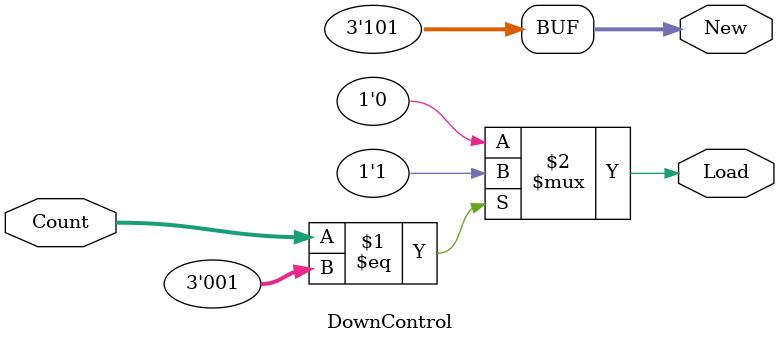
<source format=v>
module DownControl(
input [2:0] Count,
output Load,
output [2:0] New);
assign Load = (Count == 3'b001) ? 1'b1 : 1'b0;
assign New = 3'b101;

endmodule
</source>
